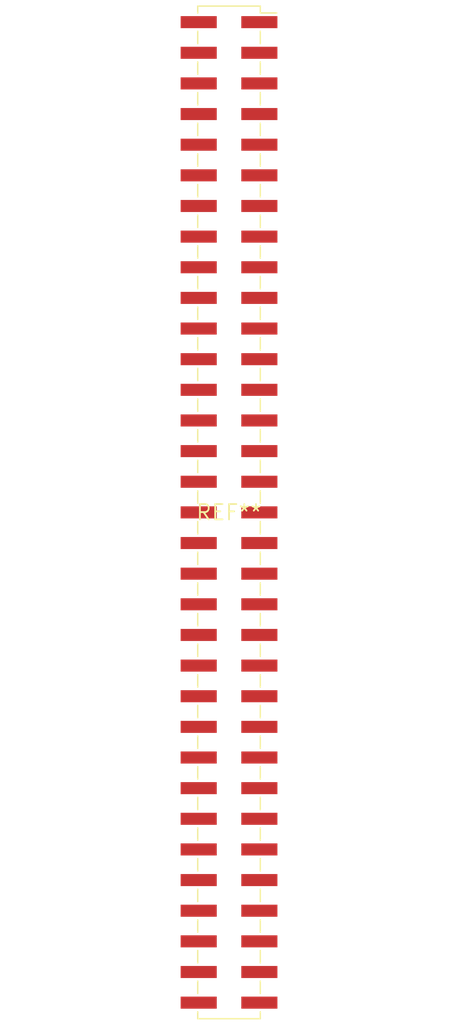
<source format=kicad_pcb>
(kicad_pcb (version 20240108) (generator pcbnew)
  (layers (0 "F.Cu" signal) (31 "B.Cu" signal) (34 "B.Paste" user) (35 "F.Paste" user) (36 "B.SilkS" user "B.Silkscreen") (37 "F.SilkS" user "F.Silkscreen") (38 "B.Mask" user) (39 "F.Mask" user) (44 "Edge.Cuts" user))
  (net 0 "")
  (footprint "PinSocket_2x33_P2.54mm_Vertical_SMD" (layer "F.Cu") (at 0 0)
    (property "Reference" "REF**")
    (property "Value" "PinSocket_2x33_P2.54mm_Vertical_SMD")
    (fp_line (start -2.6 -41.97) (end -2.6 -41.4) (layer "F.SilkS") (stroke (width 0.12)))
    (fp_line (start -2.6 -41.97) (end 2.6 -41.97) (layer "F.SilkS") (stroke (width 0.12)))
    (fp_line (start -2.6 -39.88) (end -2.6 -38.86) (layer "F.SilkS") (stroke (width 0.12)))
    (fp_line (start -2.6 -37.34) (end -2.6 -36.32) (layer "F.SilkS") (stroke (width 0.12)))
    (fp_line (start -2.6 -34.8) (end -2.6 -33.78) (layer "F.SilkS") (stroke (width 0.12)))
    (fp_line (start -2.6 -32.26) (end -2.6 -31.24) (layer "F.SilkS") (stroke (width 0.12)))
    (fp_line (start -2.6 -29.72) (end -2.6 -28.7) (layer "F.SilkS") (stroke (width 0.12)))
    (fp_line (start -2.6 -27.18) (end -2.6 -26.16) (layer "F.SilkS") (stroke (width 0.12)))
    (fp_line (start -2.6 -24.64) (end -2.6 -23.62) (layer "F.SilkS") (stroke (width 0.12)))
    (fp_line (start -2.6 -22.1) (end -2.6 -21.08) (layer "F.SilkS") (stroke (width 0.12)))
    (fp_line (start -2.6 -19.56) (end -2.6 -18.54) (layer "F.SilkS") (stroke (width 0.12)))
    (fp_line (start -2.6 -17.02) (end -2.6 -16) (layer "F.SilkS") (stroke (width 0.12)))
    (fp_line (start -2.6 -14.48) (end -2.6 -13.46) (layer "F.SilkS") (stroke (width 0.12)))
    (fp_line (start -2.6 -11.94) (end -2.6 -10.92) (layer "F.SilkS") (stroke (width 0.12)))
    (fp_line (start -2.6 -9.4) (end -2.6 -8.38) (layer "F.SilkS") (stroke (width 0.12)))
    (fp_line (start -2.6 -6.86) (end -2.6 -5.84) (layer "F.SilkS") (stroke (width 0.12)))
    (fp_line (start -2.6 -4.32) (end -2.6 -3.3) (layer "F.SilkS") (stroke (width 0.12)))
    (fp_line (start -2.6 -1.78) (end -2.6 -0.76) (layer "F.SilkS") (stroke (width 0.12)))
    (fp_line (start -2.6 0.76) (end -2.6 1.78) (layer "F.SilkS") (stroke (width 0.12)))
    (fp_line (start -2.6 3.3) (end -2.6 4.32) (layer "F.SilkS") (stroke (width 0.12)))
    (fp_line (start -2.6 5.84) (end -2.6 6.86) (layer "F.SilkS") (stroke (width 0.12)))
    (fp_line (start -2.6 8.38) (end -2.6 9.4) (layer "F.SilkS") (stroke (width 0.12)))
    (fp_line (start -2.6 10.92) (end -2.6 11.94) (layer "F.SilkS") (stroke (width 0.12)))
    (fp_line (start -2.6 13.46) (end -2.6 14.48) (layer "F.SilkS") (stroke (width 0.12)))
    (fp_line (start -2.6 16) (end -2.6 17.02) (layer "F.SilkS") (stroke (width 0.12)))
    (fp_line (start -2.6 18.54) (end -2.6 19.56) (layer "F.SilkS") (stroke (width 0.12)))
    (fp_line (start -2.6 21.08) (end -2.6 22.1) (layer "F.SilkS") (stroke (width 0.12)))
    (fp_line (start -2.6 23.62) (end -2.6 24.64) (layer "F.SilkS") (stroke (width 0.12)))
    (fp_line (start -2.6 26.16) (end -2.6 27.18) (layer "F.SilkS") (stroke (width 0.12)))
    (fp_line (start -2.6 28.7) (end -2.6 29.72) (layer "F.SilkS") (stroke (width 0.12)))
    (fp_line (start -2.6 31.24) (end -2.6 32.26) (layer "F.SilkS") (stroke (width 0.12)))
    (fp_line (start -2.6 33.78) (end -2.6 34.8) (layer "F.SilkS") (stroke (width 0.12)))
    (fp_line (start -2.6 36.32) (end -2.6 37.34) (layer "F.SilkS") (stroke (width 0.12)))
    (fp_line (start -2.6 38.86) (end -2.6 39.88) (layer "F.SilkS") (stroke (width 0.12)))
    (fp_line (start -2.6 41.4) (end -2.6 41.97) (layer "F.SilkS") (stroke (width 0.12)))
    (fp_line (start -2.6 41.97) (end 2.6 41.97) (layer "F.SilkS") (stroke (width 0.12)))
    (fp_line (start 2.6 -41.97) (end 2.6 -41.4) (layer "F.SilkS") (stroke (width 0.12)))
    (fp_line (start 2.6 -41.4) (end 3.96 -41.4) (layer "F.SilkS") (stroke (width 0.12)))
    (fp_line (start 2.6 -39.88) (end 2.6 -38.86) (layer "F.SilkS") (stroke (width 0.12)))
    (fp_line (start 2.6 -37.34) (end 2.6 -36.32) (layer "F.SilkS") (stroke (width 0.12)))
    (fp_line (start 2.6 -34.8) (end 2.6 -33.78) (layer "F.SilkS") (stroke (width 0.12)))
    (fp_line (start 2.6 -32.26) (end 2.6 -31.24) (layer "F.SilkS") (stroke (width 0.12)))
    (fp_line (start 2.6 -29.72) (end 2.6 -28.7) (layer "F.SilkS") (stroke (width 0.12)))
    (fp_line (start 2.6 -27.18) (end 2.6 -26.16) (layer "F.SilkS") (stroke (width 0.12)))
    (fp_line (start 2.6 -24.64) (end 2.6 -23.62) (layer "F.SilkS") (stroke (width 0.12)))
    (fp_line (start 2.6 -22.1) (end 2.6 -21.08) (layer "F.SilkS") (stroke (width 0.12)))
    (fp_line (start 2.6 -19.56) (end 2.6 -18.54) (layer "F.SilkS") (stroke (width 0.12)))
    (fp_line (start 2.6 -17.02) (end 2.6 -16) (layer "F.SilkS") (stroke (width 0.12)))
    (fp_line (start 2.6 -14.48) (end 2.6 -13.46) (layer "F.SilkS") (stroke (width 0.12)))
    (fp_line (start 2.6 -11.94) (end 2.6 -10.92) (layer "F.SilkS") (stroke (width 0.12)))
    (fp_line (start 2.6 -9.4) (end 2.6 -8.38) (layer "F.SilkS") (stroke (width 0.12)))
    (fp_line (start 2.6 -6.86) (end 2.6 -5.84) (layer "F.SilkS") (stroke (width 0.12)))
    (fp_line (start 2.6 -4.32) (end 2.6 -3.3) (layer "F.SilkS") (stroke (width 0.12)))
    (fp_line (start 2.6 -1.78) (end 2.6 -0.76) (layer "F.SilkS") (stroke (width 0.12)))
    (fp_line (start 2.6 0.76) (end 2.6 1.78) (layer "F.SilkS") (stroke (width 0.12)))
    (fp_line (start 2.6 3.3) (end 2.6 4.32) (layer "F.SilkS") (stroke (width 0.12)))
    (fp_line (start 2.6 5.84) (end 2.6 6.86) (layer "F.SilkS") (stroke (width 0.12)))
    (fp_line (start 2.6 8.38) (end 2.6 9.4) (layer "F.SilkS") (stroke (width 0.12)))
    (fp_line (start 2.6 10.92) (end 2.6 11.94) (layer "F.SilkS") (stroke (width 0.12)))
    (fp_line (start 2.6 13.46) (end 2.6 14.48) (layer "F.SilkS") (stroke (width 0.12)))
    (fp_line (start 2.6 16) (end 2.6 17.02) (layer "F.SilkS") (stroke (width 0.12)))
    (fp_line (start 2.6 18.54) (end 2.6 19.56) (layer "F.SilkS") (stroke (width 0.12)))
    (fp_line (start 2.6 21.08) (end 2.6 22.1) (layer "F.SilkS") (stroke (width 0.12)))
    (fp_line (start 2.6 23.62) (end 2.6 24.64) (layer "F.SilkS") (stroke (width 0.12)))
    (fp_line (start 2.6 26.16) (end 2.6 27.18) (layer "F.SilkS") (stroke (width 0.12)))
    (fp_line (start 2.6 28.7) (end 2.6 29.72) (layer "F.SilkS") (stroke (width 0.12)))
    (fp_line (start 2.6 31.24) (end 2.6 32.26) (layer "F.SilkS") (stroke (width 0.12)))
    (fp_line (start 2.6 33.78) (end 2.6 34.8) (layer "F.SilkS") (stroke (width 0.12)))
    (fp_line (start 2.6 36.32) (end 2.6 37.34) (layer "F.SilkS") (stroke (width 0.12)))
    (fp_line (start 2.6 38.86) (end 2.6 39.88) (layer "F.SilkS") (stroke (width 0.12)))
    (fp_line (start 2.6 41.4) (end 2.6 41.97) (layer "F.SilkS") (stroke (width 0.12)))
    (pad "1" smd rect (at 2.52 -40.64) (size 3 1) (layers "F.Cu" "F.Paste" "F.Mask"))
    (pad "2" smd rect (at -2.52 -40.64) (size 3 1) (layers "F.Cu" "F.Paste" "F.Mask"))
    (pad "3" smd rect (at 2.52 -38.1) (size 3 1) (layers "F.Cu" "F.Paste" "F.Mask"))
    (pad "4" smd rect (at -2.52 -38.1) (size 3 1) (layers "F.Cu" "F.Paste" "F.Mask"))
    (pad "5" smd rect (at 2.52 -35.56) (size 3 1) (layers "F.Cu" "F.Paste" "F.Mask"))
    (pad "6" smd rect (at -2.52 -35.56) (size 3 1) (layers "F.Cu" "F.Paste" "F.Mask"))
    (pad "7" smd rect (at 2.52 -33.02) (size 3 1) (layers "F.Cu" "F.Paste" "F.Mask"))
    (pad "8" smd rect (at -2.52 -33.02) (size 3 1) (layers "F.Cu" "F.Paste" "F.Mask"))
    (pad "9" smd rect (at 2.52 -30.48) (size 3 1) (layers "F.Cu" "F.Paste" "F.Mask"))
    (pad "10" smd rect (at -2.52 -30.48) (size 3 1) (layers "F.Cu" "F.Paste" "F.Mask"))
    (pad "11" smd rect (at 2.52 -27.94) (size 3 1) (layers "F.Cu" "F.Paste" "F.Mask"))
    (pad "12" smd rect (at -2.52 -27.94) (size 3 1) (layers "F.Cu" "F.Paste" "F.Mask"))
    (pad "13" smd rect (at 2.52 -25.4) (size 3 1) (layers "F.Cu" "F.Paste" "F.Mask"))
    (pad "14" smd rect (at -2.52 -25.4) (size 3 1) (layers "F.Cu" "F.Paste" "F.Mask"))
    (pad "15" smd rect (at 2.52 -22.86) (size 3 1) (layers "F.Cu" "F.Paste" "F.Mask"))
    (pad "16" smd rect (at -2.52 -22.86) (size 3 1) (layers "F.Cu" "F.Paste" "F.Mask"))
    (pad "17" smd rect (at 2.52 -20.32) (size 3 1) (layers "F.Cu" "F.Paste" "F.Mask"))
    (pad "18" smd rect (at -2.52 -20.32) (size 3 1) (layers "F.Cu" "F.Paste" "F.Mask"))
    (pad "19" smd rect (at 2.52 -17.78) (size 3 1) (layers "F.Cu" "F.Paste" "F.Mask"))
    (pad "20" smd rect (at -2.52 -17.78) (size 3 1) (layers "F.Cu" "F.Paste" "F.Mask"))
    (pad "21" smd rect (at 2.52 -15.24) (size 3 1) (layers "F.Cu" "F.Paste" "F.Mask"))
    (pad "22" smd rect (at -2.52 -15.24) (size 3 1) (layers "F.Cu" "F.Paste" "F.Mask"))
    (pad "23" smd rect (at 2.52 -12.7) (size 3 1) (layers "F.Cu" "F.Paste" "F.Mask"))
    (pad "24" smd rect (at -2.52 -12.7) (size 3 1) (layers "F.Cu" "F.Paste" "F.Mask"))
    (pad "25" smd rect (at 2.52 -10.16) (size 3 1) (layers "F.Cu" "F.Paste" "F.Mask"))
    (pad "26" smd rect (at -2.52 -10.16) (size 3 1) (layers "F.Cu" "F.Paste" "F.Mask"))
    (pad "27" smd rect (at 2.52 -7.62) (size 3 1) (layers "F.Cu" "F.Paste" "F.Mask"))
    (pad "28" smd rect (at -2.52 -7.62) (size 3 1) (layers "F.Cu" "F.Paste" "F.Mask"))
    (pad "29" smd rect (at 2.52 -5.08) (size 3 1) (layers "F.Cu" "F.Paste" "F.Mask"))
    (pad "30" smd rect (at -2.52 -5.08) (size 3 1) (layers "F.Cu" "F.Paste" "F.Mask"))
    (pad "31" smd rect (at 2.52 -2.54) (size 3 1) (layers "F.Cu" "F.Paste" "F.Mask"))
    (pad "32" smd rect (at -2.52 -2.54) (size 3 1) (layers "F.Cu" "F.Paste" "F.Mask"))
    (pad "33" smd rect (at 2.52 0) (size 3 1) (layers "F.Cu" "F.Paste" "F.Mask"))
    (pad "34" smd rect (at -2.52 0) (size 3 1) (layers "F.Cu" "F.Paste" "F.Mask"))
    (pad "35" smd rect (at 2.52 2.54) (size 3 1) (layers "F.Cu" "F.Paste" "F.Mask"))
    (pad "36" smd rect (at -2.52 2.54) (size 3 1) (layers "F.Cu" "F.Paste" "F.Mask"))
    (pad "37" smd rect (at 2.52 5.08) (size 3 1) (layers "F.Cu" "F.Paste" "F.Mask"))
    (pad "38" smd rect (at -2.52 5.08) (size 3 1) (layers "F.Cu" "F.Paste" "F.Mask"))
    (pad "39" smd rect (at 2.52 7.62) (size 3 1) (layers "F.Cu" "F.Paste" "F.Mask"))
    (pad "40" smd rect (at -2.52 7.62) (size 3 1) (layers "F.Cu" "F.Paste" "F.Mask"))
    (pad "41" smd rect (at 2.52 10.16) (size 3 1) (layers "F.Cu" "F.Paste" "F.Mask"))
    (pad "42" smd rect (at -2.52 10.16) (size 3 1) (layers "F.Cu" "F.Paste" "F.Mask"))
    (pad "43" smd rect (at 2.52 12.7) (size 3 1) (layers "F.Cu" "F.Paste" "F.Mask"))
    (pad "44" smd rect (at -2.52 12.7) (size 3 1) (layers "F.Cu" "F.Paste" "F.Mask"))
    (pad "45" smd rect (at 2.52 15.24) (size 3 1) (layers "F.Cu" "F.Paste" "F.Mask"))
    (pad "46" smd rect (at -2.52 15.24) (size 3 1) (layers "F.Cu" "F.Paste" "F.Mask"))
    (pad "47" smd rect (at 2.52 17.78) (size 3 1) (layers "F.Cu" "F.Paste" "F.Mask"))
    (pad "48" smd rect (at -2.52 17.78) (size 3 1) (layers "F.Cu" "F.Paste" "F.Mask"))
    (pad "49" smd rect (at 2.52 20.32) (size 3 1) (layers "F.Cu" "F.Paste" "F.Mask"))
    (pad "50" smd rect (at -2.52 20.32) (size 3 1) (layers "F.Cu" "F.Paste" "F.Mask"))
    (pad "51" smd rect (at 2.52 22.86) (size 3 1) (layers "F.Cu" "F.Paste" "F.Mask"))
    (pad "52" smd rect (at -2.52 22.86) (size 3 1) (layers "F.Cu" "F.Paste" "F.Mask"))
    (pad "53" smd rect (at 2.52 25.4) (size 3 1) (layers "F.Cu" "F.Paste" "F.Mask"))
    (pad "54" smd rect (at -2.52 25.4) (size 3 1) (layers "F.Cu" "F.Paste" "F.Mask"))
    (pad "55" smd rect (at 2.52 27.94) (size 3 1) (layers "F.Cu" "F.Paste" "F.Mask"))
    (pad "56" smd rect (at -2.52 27.94) (size 3 1) (layers "F.Cu" "F.Paste" "F.Mask"))
    (pad "57" smd rect (at 2.52 30.48) (size 3 1) (layers "F.Cu" "F.Paste" "F.Mask"))
    (pad "58" smd rect (at -2.52 30.48) (size 3 1) (layers "F.Cu" "F.Paste" "F.Mask"))
    (pad "59" smd rect (at 2.52 33.02) (size 3 1) (layers "F.Cu" "F.Paste" "F.Mask"))
    (pad "60" smd rect (at -2.52 33.02) (size 3 1) (layers "F.Cu" "F.Paste" "F.Mask"))
    (pad "61" smd rect (at 2.52 35.56) (size 3 1) (layers "F.Cu" "F.Paste" "F.Mask"))
    (pad "62" smd rect (at -2.52 35.56) (size 3 1) (layers "F.Cu" "F.Paste" "F.Mask"))
    (pad "63" smd rect (at 2.52 38.1) (size 3 1) (layers "F.Cu" "F.Paste" "F.Mask"))
    (pad "64" smd rect (at -2.52 38.1) (size 3 1) (layers "F.Cu" "F.Paste" "F.Mask"))
    (pad "65" smd rect (at 2.52 40.64) (size 3 1) (layers "F.Cu" "F.Paste" "F.Mask"))
    (pad "66" smd rect (at -2.52 40.64) (size 3 1) (layers "F.Cu" "F.Paste" "F.Mask"))
  )
)
</source>
